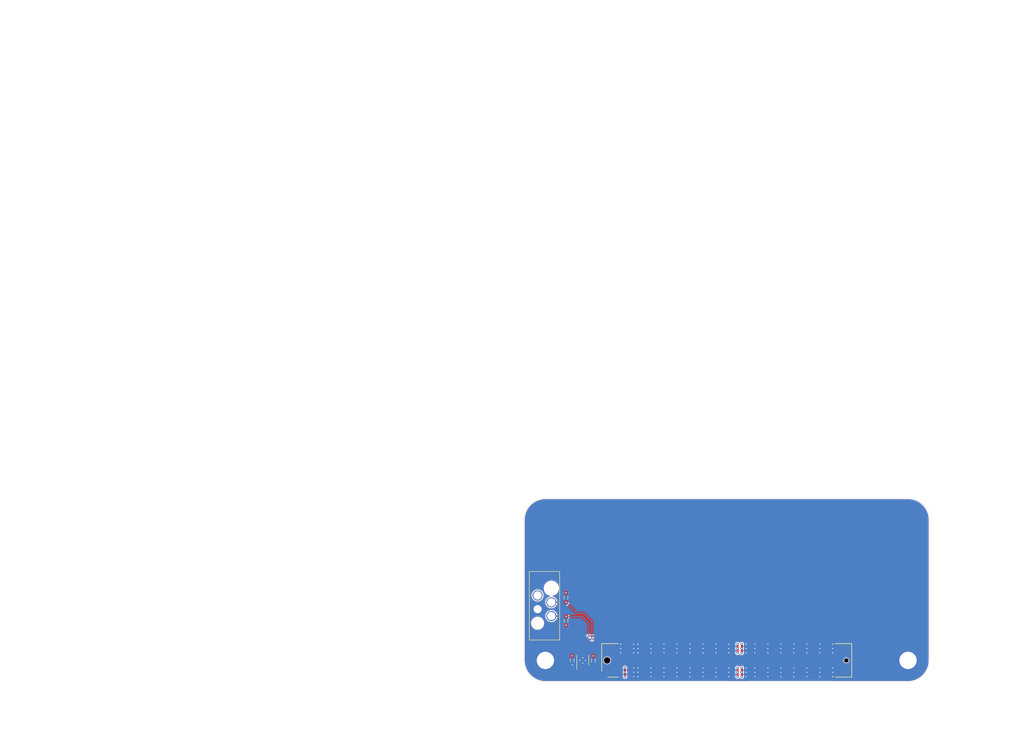
<source format=kicad_pcb>
(kicad_pcb (version 20240108) (generator "pcbnew") (generator_version "8.0")
  (title_block (title "Squishy - SCSI-2 VHDCI Connector Module") (date "2024-09-17") (rev "1") (company "Shrine Maiden Heavy Industries") (comment 1 "License: CERN-OHL-S") (comment 2 "© 2024 Aki 'lethalbit' Van Ness, et. al.") (comment 3 "No warranty expressed or implied") (comment 4 "Squishy - SCSI Multitool"))
  (layers (0 "F.Cu" signal) (1 "In1.Cu" signal) (2 "In2.Cu" signal) (3 "In3.Cu" signal) (4 "In4.Cu" signal) (31 "B.Cu" signal) (34 "B.Paste" user) (35 "F.Paste" user) (36 "B.SilkS" user "B.Silkscreen") (37 "F.SilkS" user "F.Silkscreen") (38 "B.Mask" user) (39 "F.Mask" user) (44 "Edge.Cuts" user))
  (net 0 "")
  (net 1 "GND")
  (net 4 "/PHY.ID_SCL")
  (net 5 "+3V3")
  (net 6 "/PHY.ID_SDA")
  (net 7 "/CON.DP14+")
  (net 8 "/CON.C{slash}D+")
  (net 9 "/CON.DB10-")
  (net 10 "/CON.DB4-")
  (net 11 "/CON.ACK+")
  (net 12 "/CON.TERMPWR")
  (net 13 "/CON.DP1+")
  (net 14 "/CON.BSY-")
  (net 15 "/CON.RST-")
  (net 16 "/CON.DB2-")
  (net 17 "/CON.BSY+")
  (net 18 "/CON.DB5+")
  (net 19 "/CON.ATN-")
  (net 20 "/CON.DP0+")
  (net 21 "/CON.SEL+")
  (net 22 "/CON.ATN+")
  (net 23 "/CON.DB9-")
  (net 24 "/CON.SEL-")
  (net 25 "/CON.DB9+")
  (net 26 "/CON.DB0-")
  (net 27 "/CON.DB11+")
  (net 28 "/CON.DB7+")
  (net 29 "/CON.DP1-")
  (net 30 "/CON.DB5-")
  (net 31 "/CON.REQ-")
  (net 32 "/CON.DB1-")
  (net 33 "/CON.DB13+")
  (net 34 "/CON.REQ+")
  (net 35 "/CON.DB3-")
  (net 36 "/CON.DB8+")
  (net 37 "/CON.DB13-")
  (net 38 "/CON.DB15-")
  (net 39 "/CON.MSG+")
  (net 40 "/CON.DB11-")
  (net 41 "/CON.DP12+")
  (net 42 "/CON.DB3+")
  (net 43 "/CON.ACK-")
  (net 44 "/CON.DIFFSENSE")
  (net 45 "/CON.I{slash}O+")
  (net 46 "/CON.I{slash}O-")
  (net 47 "/CON.DB4+")
  (net 48 "/CON.DB15+")
  (net 49 "/CON.DB6-")
  (net 50 "/CON.DP14-")
  (net 51 "/CON.RST+")
  (net 52 "/CON.DB8-")
  (net 53 "/CON.DB10+")
  (net 54 "/CON.MSG-")
  (net 55 "/CON.DB6+")
  (net 56 "/CON.C{slash}D-")
  (net 57 "/CON.DB7-")
  (net 58 "/CON.DP12-")
  (net 59 "/CON.DB1+")
  (net 60 "/CON.DP0-")
  (net 61 "/CON.DB2+")
  (net 62 "/CON.DB0+")
  (net 63 "Net-(U1-E0)")
  (footprint "lethalbit-connectors:1014457-10x80xLF" (layer "F.Cu") (at 147.5 136 180)
    (property "Reference" "J1" (hide yes))
    (property "Value" "SCSI PHY Mezz")
    (fp_line (start 23.100001 3.1) (end 23.1 -2) (stroke (width 0.12)) (layer "F.SilkS"))
    (fp_line (start 23.100001 3.1) (end 20.000001 3.1) (stroke (width 0.12)) (layer "F.SilkS"))
    (fp_line (start 22 -3.1) (end 20.000001 -3.1) (stroke (width 0.12)) (layer "F.SilkS"))
    (fp_line (start -20.000001 3.1) (end -23.100001 3.1) (stroke (width 0.12)) (layer "F.SilkS"))
    (fp_line (start -20.000001 -3.1) (end -23.100001 -3.1) (stroke (width 0.12)) (layer "F.SilkS"))
    (fp_line (start -23.100001 3.1) (end -23.100001 -3.1) (stroke (width 0.12)) (layer "F.SilkS"))
    (pad "" np_thru_hole circle (at -22.1 0 180) (size 0.8 0.8) (drill 0.8) (layers "*.Mask"))
    (pad "" np_thru_hole circle (at 22.1 0 180) (size 1.2 1.2) (drill 1.2) (layers "*.Mask"))
    (pad "1" smd roundrect (at 19.6 -2.2 180) (size 0.4 2) (layers "F.Cu" "F.Paste" "F.Mask") (net 1 "GND"))
    (pad "2" smd roundrect (at 19.6 2.2 180) (size 0.4 2) (layers "F.Cu" "F.Paste" "F.Mask") (net 1 "GND"))
    (pad "3" smd roundrect (at 18.8 -2.199999 180) (size 0.4 2) (layers "F.Cu" "F.Paste" "F.Mask") (net 5 "+3V3"))
    (pad "4" smd roundrect (at 18.8 2.199999 180) (size 0.4 2) (layers "F.Cu" "F.Paste" "F.Mask") (net 6 "/PHY.ID_SDA"))
    (pad "5" smd roundrect (at 18 -2.2 180) (size 0.4 2) (layers "F.Cu" "F.Paste" "F.Mask"))
    (pad "6" smd roundrect (at 18 2.2 180) (size 0.4 2) (layers "F.Cu" "F.Paste" "F.Mask") (net 4 "/PHY.ID_SCL"))
    (pad "7" smd roundrect (at 17.200001 -2.2 180) (size 0.4 2) (layers "F.Cu" "F.Paste" "F.Mask") (net 1 "GND"))
    (pad "8" smd roundrect (at 17.200001 2.2 180) (size 0.4 2) (layers "F.Cu" "F.Paste" "F.Mask") (net 1 "GND"))
    (pad "9" smd roundrect (at 16.4 -2.2 180) (size 0.4 2) (layers "F.Cu" "F.Paste" "F.Mask") (net 1 "GND"))
    (pad "10" smd roundrect (at 16.4 2.2 180) (size 0.4 2) (layers "F.Cu" "F.Paste" "F.Mask") (net 1 "GND"))
    (pad "11" smd roundrect (at 15.6 -2.2 180) (size 0.4 2) (layers "F.Cu" "F.Paste" "F.Mask") (net 41 "/CON.DP12+"))
    (pad "12" smd roundrect (at 15.6 2.2 180) (size 0.4 2) (layers "F.Cu" "F.Paste" "F.Mask") (net 58 "/CON.DP12-"))
    (pad "13" smd roundrect (at 14.799999 -2.2 180) (size 0.4 2) (layers "F.Cu" "F.Paste" "F.Mask") (net 33 "/CON.DB13+"))
    (pad "14" smd roundrect (at 14.799999 2.2 180) (size 0.4 2) (layers "F.Cu" "F.Paste" "F.Mask") (net 37 "/CON.DB13-"))
    (pad "15" smd roundrect (at 14 -2.2 180) (size 0.4 2) (layers "F.Cu" "F.Paste" "F.Mask") (net 1 "GND"))
    (pad "16" smd roundrect (at 14 2.2 180) (size 0.4 2) (layers "F.Cu" "F.Paste" "F.Mask") (net 1 "GND"))
    (pad "17" smd roundrect (at 13.2 -2.199999 180) (size 0.4 2) (layers "F.Cu" "F.Paste" "F.Mask") (net 7 "/CON.DP14+"))
    (pad "18" smd roundrect (at 13.2 2.199999 180) (size 0.4 2) (layers "F.Cu" "F.Paste" "F.Mask") (net 50 "/CON.DP14-"))
    (pad "19" smd roundrect (at 12.4 -2.2 180) (size 0.4 2) (layers "F.Cu" "F.Paste" "F.Mask") (net 48 "/CON.DB15+"))
    (pad "20" smd roundrect (at 12.4 2.2 180) (size 0.4 2) (layers "F.Cu" "F.Paste" "F.Mask") (net 38 "/CON.DB15-"))
    (pad "21" smd roundrect (at 11.6 -2.2 180) (size 0.4 2) (layers "F.Cu" "F.Paste" "F.Mask") (net 1 "GND"))
    (pad "22" smd roundrect (at 11.6 2.2 180) (size 0.4 2) (layers "F.Cu" "F.Paste" "F.Mask") (net 1 "GND"))
    (pad "23" smd roundrect (at 10.8 -2.2 180) (size 0.4 2) (layers "F.Cu" "F.Paste" "F.Mask") (net 13 "/CON.DP1+"))
    (pad "24" smd roundrect (at 10.8 2.2 180) (size 0.4 2) (layers "F.Cu" "F.Paste" "F.Mask") (net 29 "/CON.DP1-"))
    (pad "25" smd roundrect (at 10 -2.2 180) (size 0.4 2) (layers "F.Cu" "F.Paste" "F.Mask") (net 62 "/CON.DB0+"))
    (pad "26" smd roundrect (at 10 2.2 180) (size 0.4 2) (layers "F.Cu" "F.Paste" "F.Mask") (net 26 "/CON.DB0-"))
    (pad "27" smd roundrect (at 9.199999 -2.2 180) (size 0.4 2) (layers "F.Cu" "F.Paste" "F.Mask") (net 1 "GND"))
    (pad "28" smd roundrect (at 9.199999 2.2 180) (size 0.4 2) (layers "F.Cu" "F.Paste" "F.Mask") (net 1 "GND"))
    (pad "29" smd roundrect (at 8.4 -2.2 180) (size 0.4 2) (layers "F.Cu" "F.Paste" "F.Mask") (net 59 "/CON.DB1+"))
    (pad "30" smd roundrect (at 8.4 2.2 180) (size 0.4 2) (layers "F.Cu" "F.Paste" "F.Mask") (net 32 "/CON.DB1-"))
    (pad "31" smd roundrect (at 7.6 -2.199999 180) (size 0.4 2) (layers "F.Cu" "F.Paste" "F.Mask") (net 61 "/CON.DB2+"))
    (pad "32" smd roundrect (at 7.6 2.199999 180) (size 0.4 2) (layers "F.Cu" "F.Paste" "F.Mask") (net 16 "/CON.DB2-"))
    (pad "33" smd roundrect (at 6.8 -2.2 180) (size 0.4 2) (layers "F.Cu" "F.Paste" "F.Mask") (net 1 "GND"))
    (pad "34" smd roundrect (at 6.8 2.2 180) (size 0.4 2) (layers "F.Cu" "F.Paste" "F.Mask") (net 1 "GND"))
    (pad "35" smd roundrect (at 6 -2.2 180) (size 0.4 2) (layers "F.Cu" "F.Paste" "F.Mask") (net 42 "/CON.DB3+"))
    (pad "36" smd roundrect (at 6 2.2 180) (size 0.4 2) (layers "F.Cu" "F.Paste" "F.Mask") (net 35 "/CON.DB3-"))
    (pad "37" smd roundrect (at 5.2 -2.2 180) (size 0.4 2) (layers "F.Cu" "F.Paste" "F.Mask") (net 47 "/CON.DB4+"))
    (pad "38" smd roundrect (at 5.2 2.2 180) (size 0.4 2) (layers "F.Cu" "F.Paste" "F.Mask") (net 10 "/CON.DB4-"))
    (pad "39" smd roundrect (at 4.4 -2.2 180) (size 0.4 2) (layers "F.Cu" "F.Paste" "F.Mask") (net 1 "GND"))
    (pad "40" smd roundrect (at 4.4 2.2 180) (size 0.4 2) (layers "F.Cu" "F.Paste" "F.Mask") (net 1 "GND"))
    (pad "41" smd roundrect (at 3.599999 -2.2 180) (size 0.4 2) (layers "F.Cu" "F.Paste" "F.Mask") (net 18 "/CON.DB5+"))
    (pad "42" smd roundrect (at 3.599999 2.2 180) (size 0.4 2) (layers "F.Cu" "F.Paste" "F.Mask") (net 30 "/CON.DB5-"))
    (pad "43" smd roundrect (at 2.8 -2.2 180) (size 0.4 2) (layers "F.Cu" "F.Paste" "F.Mask") (net 55 "/CON.DB6+"))
    (pad "44" smd roundrect (at 2.8 2.2 180) (size 0.4 2) (layers "F.Cu" "F.Paste" "F.Mask") (net 49 "/CON.DB6-"))
    (pad "45" smd roundrect (at 2 -2.199999 180) (size 0.4 2) (layers "F.Cu" "F.Paste" "F.Mask") (net 1 "GND"))
    (pad "46" smd roundrect (at 2 2.199999 180) (size 0.4 2) (layers "F.Cu" "F.Paste" "F.Mask") (net 1 "GND"))
    (pad "47" smd roundrect (at 1.2 -2.2 180) (size 0.4 2) (layers "F.Cu" "F.Paste" "F.Mask") (net 28 "/CON.DB7+"))
    (pad "48" smd roundrect (at 1.2 2.2 180) (size 0.4 2) (layers "F.Cu" "F.Paste" "F.Mask") (net 57 "/CON.DB7-"))
    (pad "49" smd roundrect (at 0.4 -2.2 180) (size 0.4 2) (layers "F.Cu" "F.Paste" "F.Mask") (net 20 "/CON.DP0+"))
    (pad "50" smd roundrect (at 0.4 2.2 180) (size 0.4 2) (layers "F.Cu" "F.Paste" "F.Mask") (net 60 "/CON.DP0-"))
    (pad "51" smd roundrect (at -0.4 -2.2 180) (size 0.4 2) (layers "F.Cu" "F.Paste" "F.Mask") (net 1 "GND"))
    (pad "52" smd roundrect (at -0.4 2.2 180) (size 0.4 2) (layers "F.Cu" "F.Paste" "F.Mask") (net 1 "GND"))
    (pad "53" smd roundrect (at -1.2 -2.2 180) (size 0.4 2) (layers "F.Cu" "F.Paste" "F.Mask") (net 44 "/CON.DIFFSENSE"))
    (pad "54" smd roundrect (at -1.2 2.2 180) (size 0.4 2) (layers "F.Cu" "F.Paste" "F.Mask"))
    (pad "55" smd roundrect (at -2 -2.199999 180) (size 0.4 2) (layers "F.Cu" "F.Paste" "F.Mask") (net 12 "/CON.TERMPWR"))
    (pad "56" smd roundrect (at -2 2.199999 180) (size 0.4 2) (layers "F.Cu" "F.Paste" "F.Mask") (net 12 "/CON.TERMPWR"))
    (pad "57" smd roundrect (at -2.8 -2.2 180) (size 0.4 2) (layers "F.Cu" "F.Paste" "F.Mask") (net 12 "/CON.TERMPWR"))
    (pad "58" smd roundrect (at -2.8 2.2 180) (size 0.4 2) (layers "F.Cu" "F.Paste" "F.Mask") (net 12 "/CON.TERMPWR"))
    (pad "59" smd roundrect (at -3.599999 -2.2 180) (size 0.4 2) (layers "F.Cu" "F.Paste" "F.Mask") (net 1 "GND"))
    (pad "60" smd roundrect (at -3.599999 2.2 180) (size 0.4 2) (layers "F.Cu" "F.Paste" "F.Mask") (net 1 "GND"))
    (pad "61" smd roundrect (at -4.4 -2.2 180) (size 0.4 2) (layers "F.Cu" "F.Paste" "F.Mask") (net 22 "/CON.ATN+"))
    (pad "62" smd roundrect (at -4.4 2.2 180) (size 0.4 2) (layers "F.Cu" "F.Paste" "F.Mask") (net 19 "/CON.ATN-"))
    (pad "63" smd roundrect (at -5.2 -2.2 180) (size 0.4 2) (layers "F.Cu" "F.Paste" "F.Mask") (net 1 "GND"))
    (pad "64" smd roundrect (at -5.2 2.2 180) (size 0.4 2) (layers "F.Cu" "F.Paste" "F.Mask") (net 1 "GND"))
    (pad "65" smd roundrect (at -6 -2.2 180) (size 0.4 2) (layers "F.Cu" "F.Paste" "F.Mask") (net 17 "/CON.BSY+"))
    (pad "66" smd roundrect (at -6 2.2 180) (size 0.4 2) (layers "F.Cu" "F.Paste" "F.Mask") (net 14 "/CON.BSY-"))
    (pad "67" smd roundrect (at -6.8 -2.2 180) (size 0.4 2) (layers "F.Cu" "F.Paste" "F.Mask") (net 11 "/CON.ACK+"))
    (pad "68" smd roundrect (at -6.8 2.2 180) (size 0.4 2) (layers "F.Cu" "F.Paste" "F.Mask") (net 43 "/CON.ACK-"))
    (pad "69" smd roundrect (at -7.6 -2.199999 180) (size 0.4 2) (layers "F.Cu" "F.Paste" "F.Mask") (net 1 "GND"))
    (pad "70" smd roundrect (at -7.6 2.199999 180) (size 0.4 2) (layers "F.Cu" "F.Paste" "F.Mask") (net 1 "GND"))
    (pad "71" smd roundrect (at -8.4 -2.2 180) (size 0.4 2) (layers "F.Cu" "F.Paste" "F.Mask") (net 51 "/CON.RST+"))
    (pad "72" smd roundrect (at -8.4 2.2 180) (size 0.4 2) (layers "F.Cu" "F.Paste" "F.Mask") (net 15 "/CON.RST-"))
    (pad "73" smd roundrect (at -9.199999 -2.2 180) (size 0.4 2) (layers "F.Cu" "F.Paste" "F.Mask") (net 39 "/CON.MSG+"))
    (pad "74" smd roundrect (at -9.199999 2.2 180) (size 0.4 2) (layers "F.Cu" "F.Paste" "F.Mask") (net 54 "/CON.MSG-"))
    (pad "75" smd roundrect (at -10 -2.2 180) (size 0.4 2) (layers "F.Cu" "F.Paste" "F.Mask") (net 1 "GND"))
    (pad "76" smd roundrect (at -10 2.2 180) (size 0.4 2) (layers "F.Cu" "F.Paste" "F.Mask") (net 1 "GND"))
    (pad "77" smd roundrect (at -10.8 -2.2 180) (size 0.4 2) (layers "F.Cu" "F.Paste" "F.Mask") (net 21 "/CON.SEL+"))
    (pad "78" smd roundrect (at -10.8 2.2 180) (size 0.4 2) (layers "F.Cu" "F.Paste" "F.Mask") (net 24 "/CON.SEL-"))
    (pad "79" smd roundrect (at -11.6 -2.2 180) (size 0.4 2) (layers "F.Cu" "F.Paste" "F.Mask") (net 8 "/CON.C{slash}D+"))
    (pad "80" smd roundrect (at -11.6 2.2 180) (size 0.4 2) (layers "F.Cu" "F.Paste" "F.Mask") (net 56 "/CON.C{slash}D-"))
    (pad "81" smd roundrect (at -12.4 -2.2 180) (size 0.4 2) (layers "F.Cu" "F.Paste" "F.Mask") (net 1 "GND"))
    (pad "82" smd roundrect (at -12.4 2.2 180) (size 0.4 2) (layers "F.Cu" "F.Paste" "F.Mask") (net 1 "GND"))
    (pad "83" smd roundrect (at -13.2 -2.199999 180) (size 0.4 2) (layers "F.Cu" "F.Paste" "F.Mask") (net 34 "/CON.REQ+"))
    (pad "84" smd roundrect (at -13.2 2.199999 180) (size 0.4 2) (layers "F.Cu" "F.Paste" "F.Mask") (net 31 "/CON.REQ-"))
    (pad "85" smd roundrect (at -14 -2.2 180) (size 0.4 2) (layers "F.Cu" "F.Paste" "F.Mask") (net 45 "/CON.I{slash}O+"))
    (pad "86" smd roundrect (at -14 2.2 180) (size 0.4 2) (layers "F.Cu" "F.Paste" "F.Mask") (net 46 "/CON.I{slash}O-"))
    (pad "87" smd roundrect (at -14.799999 -2.2 180) (size 0.4 2) (layers "F.Cu" "F.Paste" "F.Mask") (net 1 "GND"))
    (pad "88" smd roundrect (at -14.799999 2.2 180) (size 0.4 2) (layers "F.Cu" "F.Paste" "F.Mask") (net 1 "GND"))
    (pad "89" smd roundrect (at -15.6 -2.2 180) (size 0.4 2) (layers "F.Cu" "F.Paste" "F.Mask") (net 36 "/CON.DB8+"))
    (pad "90" smd roundrect (at -15.6 2.2 180) (size 0.4 2) (layers "F.Cu" "F.Paste" "F.Mask") (net 52 "/CON.DB8-"))
    (pad "91" smd roundrect (at -16.4 -2.2 180) (size 0.4 2) (layers "F.Cu" "F.Paste" "F.Mask") (net 25 "/CON.DB9+"))
    (pad "92" smd roundrect (at -16.4 2.2 180) (size 0.4 2) (layers "F.Cu" "F.Paste" "F.Mask") (net 23 "/CON.DB9-"))
    (pad "93" smd roundrect (at -17.200001 -2.2 180) (size 0.4 2) (layers "F.Cu" "F.Paste" "F.Mask") (net 1 "GND"))
    (pad "94" smd roundrect (at -17.200001 2.2 180) (size 0.4 2) (layers "F.Cu" "F.Paste" "F.Mask") (net 1 "GND"))
    (pad "95" smd roundrect (at -18 -2.2 180) (size 0.4 2) (layers "F.Cu" "F.Paste" "F.Mask") (net 53 "/CON.DB10+"))
    (pad "96" smd roundrect (at -18 2.2 180) (size 0.4 2) (layers "F.Cu" "F.Paste" "F.Mask") (net 9 "/CON.DB10-"))
    (pad "97" smd roundrect (at -18.8 -2.199999 180) (size 0.4 2) (layers "F.Cu" "F.Paste" "F.Mask") (net 27 "/CON.DB11+"))
    (pad "98" smd roundrect (at -18.8 2.199999 180) (size 0.4 2) (layers "F.Cu" "F.Paste" "F.Mask") (net 40 "/CON.DB11-"))
    (pad "99" smd roundrect (at -19.6 -2.2 180) (size 0.4 2) (layers "F.Cu" "F.Paste" "F.Mask") (net 1 "GND"))
    (pad "100" smd roundrect (at -19.6 2.2 180) (size 0.4 2) (layers "F.Cu" "F.Paste" "F.Mask") (net 1 "GND"))
  )
  (footprint "rhais_rcl:R0603" (layer "F.Cu") (at 117.8 128.7 90)
    (property "Reference" "R3")
    (property "Value" "4k7" (hide yes))
    (fp_line (start 0.3 -0.349999) (end -0.3 -0.349999) (stroke (width 0.1)) (layer "F.SilkS"))
    (fp_line (start -0.3 0.349999) (end 0.3 0.349999) (stroke (width 0.1)) (layer "F.SilkS"))
    (pad "1" smd roundrect (at -0.85 0 90) (size 0.9 0.8) (layers "F.Cu" "F.Paste" "F.Mask") (net 5 "+3V3"))
    (pad "2" smd roundrect (at 0.85 0 90) (size 0.9 0.8) (layers "F.Cu" "F.Paste" "F.Mask") (net 4 "/PHY.ID_SCL"))
  )
  (footprint "rhais_rcl:R0603" (layer "F.Cu") (at 117.8 124.4 -90)
    (property "Reference" "R2")
    (property "Value" "4k7" (hide yes))
    (fp_line (start -0.3 0.349999) (end 0.3 0.349999) (stroke (width 0.1)) (layer "F.SilkS"))
    (fp_line (start 0.3 -0.349999) (end -0.3 -0.349999) (stroke (width 0.1)) (layer "F.SilkS"))
    (pad "1" smd roundrect (at -0.85 0 270) (size 0.9 0.8) (layers "F.Cu" "F.Paste" "F.Mask") (net 5 "+3V3"))
    (pad "2" smd roundrect (at 0.85 0 270) (size 0.9 0.8) (layers "F.Cu" "F.Paste" "F.Mask") (net 6 "/PHY.ID_SDA"))
  )
  (footprint "PCM_kikit:Tab" (layer "F.Cu") (at 185.25 131 180)
    (property "Reference" "REF**" (hide yes))
    (property "Value" "Tab")
  )
  (footprint "PCM_kikit:Tab" (layer "F.Cu") (at 174 140.25 90)
    (property "Reference" "REF**" (hide yes))
    (property "Value" "Tab")
  )
  (footprint "rhais_rcl:C0603" (layer "F.Cu") (at 118.95 136 90)
    (property "Reference" "C1")
    (property "Value" "100n" (hide yes))
    (fp_line (start -0.3 -0.349999) (end 0.3 -0.349999) (stroke (width 0.1)) (layer "F.SilkS"))
    (fp_line (start 0.3 0.349999) (end -0.3 0.349999) (stroke (width 0.1)) (layer "F.SilkS"))
    (pad "1" smd roundrect (at -0.85 0 90) (size 0.9 0.8) (layers "F.Cu" "F.Paste" "F.Mask") (net 1 "GND"))
    (pad "2" smd roundrect (at 0.85 0 90) (size 0.9 0.8) (layers "F.Cu" "F.Paste" "F.Mask") (net 5 "+3V3"))
  )
  (footprint "PCM_kikit:Tab" (layer "F.Cu") (at 121.000001 105.75 -90)
    (property "Reference" "REF**" (hide yes))
    (property "Value" "Tab")
  )
  (footprint "MountingHole:MountingHole_3.2mm_M3_Pad" (layer "F.Cu") (at 181 136)
    (property "Reference" "H4" (hide yes))
    (property "Value" "MountingHole" (hide yes))
    (pad "1" thru_hole circle (at 0 0) (size 6.4 6.4) (drill 3.2) (layers "*.Cu" "*.Mask") (net 1 "GND"))
  )
  (footprint "PCM_kikit:Tab" (layer "F.Cu") (at 109.7 131)
    (property "Reference" "REF**" (hide yes))
    (property "Value" "Tab")
  )
  (footprint "PCM_kikit:Tab" (layer "F.Cu") (at 174 105.75 -90)
    (property "Reference" "REF**" (hide yes))
    (property "Value" "Tab")
  )
  (footprint "PCM_kikit:Tab" (layer "F.Cu") (at 109.7 115)
    (property "Reference" "REF**" (hide yes))
    (property "Value" "Tab")
  )
  (footprint "PCM_kikit:Tab" (layer "F.Cu") (at 185.25 115 180)
    (property "Reference" "REF**" (hide yes))
    (property "Value" "Tab")
  )
  (footprint "rhais_rcl:R0603" (layer "F.Cu") (at 122.85 136 90)
    (property "Reference" "R1")
    (property "Value" "10k" (hide yes))
    (fp_line (start 0.3 -0.349999) (end -0.3 -0.349999) (stroke (width 0.1)) (layer "F.SilkS"))
    (fp_line (start -0.3 0.349999) (end 0.3 0.349999) (stroke (width 0.1)) (layer "F.SilkS"))
    (pad "1" smd roundrect (at -0.85 0 90) (size 0.9 0.8) (layers "F.Cu" "F.Paste" "F.Mask") (net 63 "Net-(U1-E0)"))
    (pad "2" smd roundrect (at 0.85 0 90) (size 0.9 0.8) (layers "F.Cu" "F.Paste" "F.Mask") (net 5 "+3V3"))
  )
  (footprint "lethalbit-memory:ST_UFDFPN-8-1EP_2x3mm_P0.5mm_EP1.6x1.6mm" (layer "F.Cu") (at 120.9 136 90)
    (property "Reference" "U1")
    (property "Value" "M24C02-RMC" (hide yes))
    (fp_line (start -1.7 -1.1) (end 0.95 -1.1) (stroke (width 0.1)) (layer "F.SilkS"))
    (fp_line (start 0.95 1.1) (end -0.95 1.1) (stroke (width 0.1)) (layer "F.SilkS"))
    (pad "1" smd roundrect (at -1.4 -0.750001 90) (size 0.6 0.3) (layers "F.Cu" "F.Paste" "F.Mask") (roundrect_rratio 0.15625) (net 63 "Net-(U1-E0)"))
    (pad "2" smd roundrect (at -1.4 -0.25 90) (size 0.6 0.3) (layers "F.Cu" "F.Paste" "F.Mask") (roundrect_rratio 0.15625) (net 63 "Net-(U1-E0)"))
    (pad "3" smd roundrect (at -1.4 0.25 90) (size 0.6 0.3) (layers "F.Cu" "F.Paste" "F.Mask") (roundrect_rratio 0.15625) (net 1 "GND"))
    (pad "4" smd roundrect (at -1.4 0.750001 90) (size 0.6 0.3) (layers "F.Cu" "F.Paste" "F.Mask") (roundrect_rratio 0.15625) (net 1 "GND"))
    (pad "5" smd roundrect (at 1.4 0.750001 90) (size 0.6 0.3) (layers "F.Cu" "F.Paste" "F.Mask") (roundrect_rratio 0.15625) (net 6 "/PHY.ID_SDA"))
    (pad "6" smd roundrect (at 1.4 0.25 90) (size 0.6 0.3) (layers "F.Cu" "F.Paste" "F.Mask") (roundrect_rratio 0.15625) (net 4 "/PHY.ID_SCL"))
    (pad "7" smd roundrect (at 1.4 -0.25 90) (size 0.6 0.3) (layers "F.Cu" "F.Paste" "F.Mask") (roundrect_rratio 0.15625) (net 1 "GND"))
    (pad "8" smd roundrect (at 1.4 -0.750001 90) (size 0.6 0.3) (layers "F.Cu" "F.Paste" "F.Mask") (roundrect_rratio 0.15625) (net 5 "+3V3"))
    (pad "EP" smd roundrect (at 0 0 90) (size 1.6 1.6) (layers "F.Cu" "F.Mask") (roundrect_rratio 0.15625) (net 1 "GND"))
  )
  (footprint "pkl_connectors_wuerth:490107670412-d" (layer "F.Cu") (at 112.56 123.99 90)
    (property "Reference" "J3")
    (property "Value" "Conn_01x04")
    (fp_poly (pts (xy 4.43 -1.529999) (xy -8.24 -1.529999) (xy -8.239999 4.07) (xy 4.43 4.070001)) (stroke (width 0.1)) (fill none) (layer "F.SilkS"))
    (pad "" np_thru_hole circle (at -5.14 0 90) (size 2.2 2.2) (drill 2.2) (layers "F&B.Cu" "*.Mask"))
    (pad "" np_thru_hole circle (at 1.33 2.54 90) (size 2.6 2.6) (drill 2.6) (layers "F&B.Cu" "*.Mask"))
    (pad "1" thru_hole circle (at 0 0 90) (size 1.85 1.85) (drill 1.5) (layers "*.Cu" "*.Mask") (net 5 "+3V3"))
    (pad "2" thru_hole circle (at -1.27 2.54 90) (size 1.85 1.85) (drill 1.5) (layers "*.Cu" "*.Mask") (net 6 "/PHY.ID_SDA"))
    (pad "3" thru_hole circle (at -2.54 0 90) (size 1.85 1.85) (drill 1.5) (layers "*.Cu" "*.Mask") (net 1 "GND"))
    (pad "4" thru_hole circle (at -3.81 2.54 90) (size 1.85 1.85) (drill 1.5) (layers "*.Cu" "*.Mask") (net 4 "/PHY.ID_SCL"))
  )
  (footprint "MountingHole:MountingHole_3.2mm_M3_Pad" (layer "F.Cu") (at 114 136)
    (property "Reference" "H3" (hide yes))
    (property "Value" "MountingHole" (hide yes))
    (pad "1" thru_hole circle (at 0 0) (size 6.4 6.4) (drill 3.2) (layers "*.Cu" "*.Mask") (net 1 "GND"))
  )
  (footprint "PCM_kikit:Tab" (layer "F.Cu") (at 121 140.25 90)
    (property "Reference" "REF**" (hide yes))
    (property "Value" "Tab")
  )
  (gr_line (start 181 106) (end 114 106) (stroke (width 0.05)) (layer "Edge.Cuts"))
  (gr_line (start 114 140) (end 181 140) (stroke (width 0.05)) (layer "Edge.Cuts"))
  (gr_arc (start 110 110) (mid 111.171573 107.171573) (end 114 106) (stroke (width 0.05)) (layer "Edge.Cuts"))
  (gr_line (start 185 136) (end 185 110) (stroke (width 0.05)) (layer "Edge.Cuts"))
  (gr_arc (start 185 136) (mid 183.828427 138.828427) (end 181 140) (stroke (width 0.05)) (layer "Edge.Cuts"))
  (gr_arc (start 181 106) (mid 183.828427 107.171573) (end 185 110) (stroke (width 0.05)) (layer "Edge.Cuts"))
  (gr_line (start 110 136) (end 110 110) (stroke (width 0.05)) (layer "Edge.Cuts"))
  (gr_arc (start 114 140) (mid 111.171573 138.828427) (end 110 136) (stroke (width 0.05)) (layer "Edge.Cuts"))
  (via (at 164.7 134.6) (size 0.45) (drill 0.2) (layers "F.Cu" "B.Cu") (net 1))
  (via (at 162.3 138.2) (size 0.45) (drill 0.2) (layers "F.Cu" "B.Cu") (net 1))
  (via (at 135.9 138.2) (size 0.45) (drill 0.2) (layers "F.Cu" "B.Cu") (net 1))
  (via (at 131.1 139) (size 0.45) (drill 0.2) (layers "F.Cu" "B.Cu") (net 1))
  (via (at 155.1 137.4) (size 0.45) (drill 0.2) (layers "F.Cu" "B.Cu") (net 1))
  (via (at 145.5 133.8) (size 0.45) (drill 0.2) (layers "F.Cu" "B.Cu") (net 1))
  (via (at 145.5 138.2) (size 0.45) (drill 0.2) (layers "F.Cu" "B.Cu") (net 1))
  (via (at 140.7 133) (size 0.45) (drill 0.2) (layers "F.Cu" "B.Cu") (net 1))
  (via (at 135.9 133.8) (size 0.45) (drill 0.2) (layers "F.Cu" "B.Cu") (net 1))
  (via (at 120.35 136) (size 0.45) (drill 0.2) (layers "F.Cu" "B.Cu") (net 1))
  (via (at 138.3 133.8) (size 0.45) (drill 0.2) (layers "F.Cu" "B.Cu") (net 1))
  (via (at 133.5 137.4) (size 0.45) (drill 0.2) (layers "F.Cu" "B.Cu") (net 1))
  (via (at 157.5 137.4) (size 0.45) (drill 0.2) (layers "F.Cu" "B.Cu") (net 1))
  (via (at 145.5 133) (size 0.45) (drill 0.2) (layers "F.Cu" "B.Cu") (net 1))
  (via (at 152.7 138.2) (size 0.45) (drill 0.2) (layers "F.Cu" "B.Cu") (net 1))
  (via (at 131.1 134.6) (size 0.45) (drill 0.2) (layers "F.Cu" "B.Cu") (net 1))
  (via (at 164.7 138.2) (size 0.45) (drill 0.2) (layers "F.Cu" "B.Cu") (net 1))
  (via (at 131.1 137.4) (size 0.45) (drill 0.2) (layers "F.Cu" "B.Cu") (net 1))
  (via (at 147.9 134.6) (size 0.45) (drill 0.2) (layers "F.Cu" "B.Cu") (net 1))
  (via (at 121.4 136) (size 0.45) (drill 0.2) (layers "F.Cu" "B.Cu") (net 1))
  (via (at 159.9 133) (size 0.45) (drill 0.2) (layers "F.Cu" "B.Cu") (net 1))
  (via (at 145.5 134.6) (size 0.45) (drill 0.2) (layers "F.Cu" "B.Cu") (net 1))
  (via (at 151.1 139) (size 0.45) (drill 0.2) (layers "F.Cu" "B.Cu") (net 1))
  (via (at 143.1 139) (size 0.45) (drill 0.2) (layers "F.Cu" "B.Cu") (net 1))
  (via (at 120.9 135.5) (size 0.45) (drill 0.2) (layers "F.Cu" "B.Cu") (net 1))
  (via (at 151.1 137.4) (size 0.45) (drill 0.2) (layers "F.Cu" "B.Cu") (net 1))
  (via (at 135.9 137.4) (size 0.45) (drill 0.2) (layers "F.Cu" "B.Cu") (net 1))
  (via (at 151.1 133.8) (size 0.45) (drill 0.2) (layers "F.Cu" "B.Cu") (net 1))
  (via (at 133.5 134.6) (size 0.45) (drill 0.2) (layers "F.Cu" "B.Cu") (net 1))
  (via (at 140.7 133.8) (size 0.45) (drill 0.2) (layers "F.Cu" "B.Cu") (net 1))
  (via (at 157.5 133.8) (size 0.45) (drill 0.2) (layers "F.Cu" "B.Cu") (net 1))
  (via (at 145.5 139) (size 0.45) (drill 0.2) (layers "F.Cu" "B.Cu") (net 1))
  (via (at 159.9 138.2) (size 0.45) (drill 0.2) (layers "F.Cu" "B.Cu") (net 1))
  (via (at 143.1 133) (size 0.45) (drill 0.2) (layers "F.Cu" "B.Cu") (net 1))
  (via (at 131.1 133) (size 0.45) (drill 0.2) (layers "F.Cu" "B.Cu") (net 1))
  (via (at 143.1 133.8) (size 0.45) (drill 0.2) (layers "F.Cu" "B.Cu") (net 1))
  (via (at 157.5 134.6) (size 0.45) (drill 0.2) (layers "F.Cu" "B.Cu") (net 1))
  (via (at 130.3 133.8) (size 0.45) (drill 0.2) (layers "F.Cu" "B.Cu") (net 1))
  (via (at 155.1 139) (size 0.45) (drill 0.2) (layers "F.Cu" "B.Cu") (net 1))
  (via (at 164.7 139) (size 0.45) (drill 0.2) (layers "F.Cu" "B.Cu") (net 1))
  (via (at 131.1 138.2) (size 0.45) (drill 0.2) (layers "F.Cu" "B.Cu") (net 1))
  (via (at 133.5 133.8) (size 0.45) (drill 0.2) (layers "F.Cu" "B.Cu") (net 1))
  (via (at 164.7 137.4) (size 0.45) (drill 0.2) (layers "F.Cu" "B.Cu") (net 1))
  (via (at 162.3 139) (size 0.45) (drill 0.2) (layers "F.Cu" "B.Cu") (net 1))
  (via (at 140.7 134.6) (size 0.45) (drill 0.2) (layers "F.Cu" "B.Cu") (net 1))
  (via (at 151.1 138.2) (size 0.45) (drill 0.2) (layers "F.Cu" "B.Cu") (net 1))
  (via (at 152.7 134.6) (size 0.45) (drill 0.2) (layers "F.Cu" "B.Cu") (net 1))
  (via (at 164.7 133.8) (size 0.45) (drill 0.2) (layers "F.Cu" "B.Cu") (net 1))
  (via (at 147.9 133.8) (size 0.45) (drill 0.2) (layers "F.Cu" "B.Cu") (net 1))
  (via (at 159.9 137.4) (size 0.45) (drill 0.2) (layers "F.Cu" "B.Cu") (net 1))
  (via (at 147.9 133) (size 0.45) (drill 0.2) (layers "F.Cu" "B.Cu") (net 1))
  (via (at 145.5 137.4) (size 0.45) (drill 0.2) (layers "F.Cu" "B.Cu") (net 1))
  (via (at 159.9 133.8) (size 0.45) (drill 0.2) (layers "F.Cu" "B.Cu") (net 1))
  (via (at 151.1 133) (size 0.45) (drill 0.2) (layers "F.Cu" "B.Cu") (net 1))
  (via (at 133.5 133) (size 0.45) (drill 0.2) (layers "F.Cu" "B.Cu") (net 1))
  (via (at 130.3 133) (size 0.45) (drill 0.2) (layers "F.Cu" "B.Cu") (net 1))
  (via (at 155.1 133) (size 0.45) (drill 0.2) (layers "F.Cu" "B.Cu") (net 1))
  (via (at 140.7 138.2) (size 0.45) (drill 0.2) (layers "F.Cu" "B.Cu") (net 1))
  (via (at 162.3 137.4) (size 0.45) (drill 0.2) (layers "F.Cu" "B.Cu") (net 1))
  (via (at 167.1 134.6) (size 0.45) (drill 0.2) (layers "F.Cu" "B.Cu") (net 1))
  (via (at 143.1 137.4) (size 0.45) (drill 0.2) (layers "F.Cu" "B.Cu") (net 1))
  (via (at 167.1 133) (size 0.45) (drill 0.2) (layers "F.Cu" "B.Cu") (net 1))
  (via (at 140.7 139) (size 0.45) (drill 0.2) (layers "F.Cu" "B.Cu") (net 1))
  (via (at 152.7 133) (size 0.45) (drill 0.2) (layers "F.Cu" "B.Cu") (net 1))
  (via (at 133.5 138.2) (size 0.45) (drill 0.2) (layers "F.Cu" "B.Cu") (net 1))
  (via (at 130.3 134.6) (size 0.45) (drill 0.2) (layers "F.Cu" "B.Cu") (net 1))
  (via (at 162.3 133.8) (size 0.45) (drill 0.2) (layers "F.Cu" "B.Cu") (net 1))
  (via (at 127.9 134.6) (size 0.45) (drill 0.2) (layers "F.Cu" "B.Cu") (net 1))
  (via (at 147.9 138.2) (size 0.45) (drill 0.2) (layers "F.Cu" "B.Cu") (net 1))
  (via (at 138.3 139) (size 0.45) (drill 0.2) (layers "F.Cu" "B.Cu") (net 1))
  (via (at 159.9 139) (size 0.45) (drill 0.2) (layers "F.Cu" "B.Cu") (net 1))
  (via (at 152.7 137.4) (size 0.45) (drill 0.2) (layers "F.Cu" "B.Cu") (net 1))
  (via (at 140.7 137.4) (size 0.45) (drill 0.2) (layers "F.Cu" "B.Cu") (net 1))
  (via (at 138.3 134.6) (size 0.45) (drill 0.2) (layers "F.Cu" "B.Cu") (net 1))
  (via (at 130.3 138.2) (size 0.45) (drill 0.2) (layers "F.Cu" "B.Cu") (net 1))
  (via (at 162.3 133) (size 0.45) (drill 0.2) (layers "F.Cu" "B.Cu") (net 1))
  (via (at 138.3 137.4) (size 0.45) (drill 0.2) (layers "F.Cu" "B.Cu") (net 1))
  (via (at 147.9 139) (size 0.45) (drill 0.2) (layers "F.Cu" "B.Cu") (net 1))
  (via (at 147.9 137.4) (size 0.45) (drill 0.2) (layers "F.Cu" "B.Cu") (net 1))
  (via (at 133.5 139) (size 0.45) (drill 0.2) (layers "F.Cu" "B.Cu") (net 1))
  (via (at 167.1 139) (size 0.45) (drill 0.2) (layers "F.Cu" "B.Cu") (net 1))
  (via (at 164.7 133) (size 0.45) (drill 0.2) (layers "F.Cu" "B.Cu") (net 1))
  (via (at 127.9 133.8) (size 0.45) (drill 0.2) (layers "F.Cu" "B.Cu") (net 1))
  (via (at 152.7 139) (size 0.45) (drill 0.2) (layers "F.Cu" "B.Cu") (net 1))
  (via (at 151.1 134.6) (size 0.45) (drill 0.2) (layers "F.Cu" "B.Cu") (net 1))
  (via (at 138.3 138.2) (size 0.45) (drill 0.2) (layers "F.Cu" "B.Cu") (net 1))
  (via (at 155.1 134.6) (size 0.45) (drill 0.2) (layers "F.Cu" "B.Cu") (net 1))
  (via (at 157.5 138.2) (size 0.45) (drill 0.2) (layers "F.Cu" "B.Cu") (net 1))
  (via (at 143.1 138.2) (size 0.45) (drill 0.2) (layers "F.Cu" "B.Cu") (net 1))
  (via (at 131.1 133.8) (size 0.45) (drill 0.2) (layers "F.Cu" "B.Cu") (net 1))
  (via (at 143.1 134.6) (size 0.45) (drill 0.2) (layers "F.Cu" "B.Cu") (net 1))
  (via (at 155.1 133.8) (size 0.45) (drill 0.2) (layers "F.Cu" "B.Cu") (net 1))
  (via (at 135.9 134.6) (size 0.45) (drill 0.2) (layers "F.Cu" "B.Cu") (net 1))
  (via (at 130.3 137.4) (size 0.45) (drill 0.2) (layers "F.Cu" "B.Cu") (net 1))
  (via (at 135.9 133) (size 0.45) (drill 0.2) (layers "F.Cu" "B.Cu") (net 1))
  (via (at 135.9 139) (size 0.45) (drill 0.2) (layers "F.Cu" "B.Cu") (net 1))
  (via (at 138.3 133) (size 0.45) (drill 0.2) (layers "F.Cu" "B.Cu") (net 1))
  (via (at 155.1 138.2) (size 0.45) (drill 0.2) (layers "F.Cu" "B.Cu") (net 1))
  (via (at 159.9 134.6) (size 0.45) (drill 0.2) (layers "F.Cu" "B.Cu") (net 1))
  (via (at 120.9 136.5) (size 0.45) (drill 0.2) (layers "F.Cu" "B.Cu") (net 1))
  (via (at 152.7 133.8) (size 0.45) (drill 0.2) (layers "F.Cu" "B.Cu") (net 1))
  (via (at 167.1 133.8) (size 0.45) (drill 0.2) (layers "F.Cu" "B.Cu") (net 1))
  (via (at 157.5 139) (size 0.45) (drill 0.2) (layers "F.Cu" "B.Cu") (net 1))
  (via (at 127.9 133) (size 0.45) (drill 0.2) (layers "F.Cu" "B.Cu") (net 1))
  (via (at 162.3 134.6) (size 0.45) (drill 0.2) (layers "F.Cu" "B.Cu") (net 1))
  (via (at 167.1 137.4) (size 0.45) (drill 0.2) (layers "F.Cu" "B.Cu") (net 1))
  (via (at 130.3 139) (size 0.45) (drill 0.2) (layers "F.Cu" "B.Cu") (net 1))
  (via (at 167.1 138.2) (size 0.45) (drill 0.2) (layers "F.Cu" "B.Cu") (net 1))
  (via (at 157.5 133) (size 0.45) (drill 0.2) (layers "F.Cu" "B.Cu") (net 1))
  (via (at 118.95 136.85) (size 0.45) (drill 0.2) (layers "F.Cu" "B.Cu") (net 1))
  (segment (start 117.4 127.8) (end 115.1 127.8) (width 0.2) (layer "F.Cu") (net 4))
  (segment (start 121.15 134.6) (end 121.15 132.35) (width 0.2) (layer "F.Cu") (net 4))
  (segment (start 128.5 131.5) (end 129.5 132.5) (width 0.2) (layer "F.Cu") (net 4))
  (segment (start 117.8 127.85) (end 117.45 127.85) (width 0.2) (layer "F.Cu") (net 4))
  (segment (start 122 131.5) (end 128.5 131.5) (width 0.2) (layer "F.Cu") (net 4))
  (segment (start 117.45 127.85) (end 117.4 127.8) (width 0.2) (layer "F.Cu") (net 4))
  (segment (start 121.15 132.35) (end 122 131.5) (width 0.2) (layer "F.Cu") (net 4))
  (segment (start 129.5 132.5) (end 129.5 133.8) (width 0.2) (layer "F.Cu") (net 4))
  (via (at 117.8 127.85) (size 0.45) (drill 0.2) (layers "F.Cu" "B.Cu") (net 4))
  (via (at 122 131.5) (size 0.45) (drill 0.2) (layers "F.Cu" "B.Cu") (net 4))
  (segment (start 120.8 127.9) (end 117.85 127.9) (width 0.2) (layer "B.Cu") (net 4))
  (segment (start 117.85 127.9) (end 117.8 127.85) (width 0.2) (layer "B.Cu") (net 4))
  (segment (start 122 129.1) (end 120.8 127.9) (width 0.2) (layer "B.Cu") (net 4))
  (segment (start 122 131.5) (end 122 129.1) (width 0.2) (layer "B.Cu") (net 4))
  (segment (start 120.149999 134.6) (end 119.5 134.6) (width 0.3) (layer "F.Cu") (net 5))
  (segment (start 119.5 134.6) (end 118.95 135.15) (width 0.3) (layer "F.Cu") (net 5))
  (via (at 128.7 138.2) (size 0.45) (drill 0.2) (layers "F.Cu" "B.Cu") (net 5))
  (via (at 117.8 123.5) (size 0.45) (drill 0.2) (layers "F.Cu" "B.Cu") (net 5))
  (via (at 117.8 129.5) (size 0.45) (drill 0.2) (layers "F.Cu" "B.Cu") (net 5))
  (via (at 118.95 135.15) (size 0.45) (drill 0.2) (layers "F.Cu" "B.Cu") (net 5))
  (via (at 128.7 139) (size 0.45) (drill 0.2) (layers "F.Cu" "B.Cu") (net 5))
  (via (at 128.7 137.4) (size 0.45) (drill 0.2) (layers "F.Cu" "B.Cu") (net 5))
  (via (at 122.85 135.15) (size 0.45) (drill 0.2) (layers "F.Cu" "B.Cu") (net 5))
  (segment (start 122.1 132.1) (end 121.650001 132.549999) (width 0.2) (layer "F.Cu") (net 6))
  (segment (start 128.7 132.5) (end 128.3 132.1) (width 0.2) (layer "F.Cu") (net 6))
  (segment (start 121.650001 132.549999) (end 121.650001 134.6) (width 0.2) (layer "F.Cu") (net 6))
  (segment (start 117.8 125.25) (end 115.11 125.25) (width 0.2) (layer "F.Cu") (net 6))
  (segment (start 122.4 132.1) (end 122.1 132.1) (width 0.2) (layer "F.Cu") (net 6))
  (segment (start 115.11 125.25) (end 115.1 125.26) (width 0.2) (layer "F.Cu") (net 6))
  (segment (start 128.7 133.800001) (end 128.7 132.5) (width 0.2) (layer "F.Cu") (net 6))
  (segment (start 128.3 132.1) (end 122.4 132.1) (width 0.2) (layer "F.Cu") (net 6))
  (via (at 117.8 125.25) (size 0.45) (drill 0.2) (layers "F.Cu" "B.Cu") (net 6))
  (via (at 122.6 132.1) (size 0.45) (drill 0.2) (layers "F.Cu" "B.Cu") (net 6))
  (segment (start 122.6 128.8) (end 121.1 127.3) (width 0.2) (layer "B.Cu") (net 6))
  (segment (start 119.85 127.3) (end 117.8 125.25) (width 0.2) (layer "B.Cu") (net 6))
  (segment (start 122.6 132.1) (end 122.6 128.8) (width 0.2) (layer "B.Cu") (net 6))
  (segment (start 121.1 127.3) (end 119.85 127.3) (width 0.2) (layer "B.Cu") (net 6))
  (via (at 149.5 134.6) (size 0.45) (drill 0.2) (layers "F.Cu" "B.Cu") (net 12))
  (via (at 149.5 138.2) (size 0.45) (drill 0.2) (layers "F.Cu" "B.Cu") (net 12))
  (via (at 150.3 133.8) (size 0.45) (drill 0.2) (layers "F.Cu" "B.Cu") (net 12))
  (via (at 150.3 137.4) (size 0.45) (drill 0.2) (layers "F.Cu" "B.Cu") (net 12))
  (via (at 149.5 133.8) (size 0.45) (drill 0.2) (layers "F.Cu" "B.Cu") (net 12))
  (via (at 149.5 139) (size 0.45) (drill 0.2) (layers "F.Cu" "B.Cu") (net 12))
  (via (at 150.3 134.6) (size 0.45) (drill 0.2) (layers "F.Cu" "B.Cu") (net 12))
  (via (at 150.3 139) (size 0.45) (drill 0.2) (layers "F.Cu" "B.Cu") (net 12))
  (via (at 149.5 137.4) (size 0.45) (drill 0.2) (layers "F.Cu" "B.Cu") (net 12))
  (via (at 149.5 133) (size 0.45) (drill 0.2) (layers "F.Cu" "B.Cu") (net 12))
  (via (at 150.3 138.2) (size 0.45) (drill 0.2) (layers "F.Cu" "B.Cu") (net 12))
  (via (at 150.3 133) (size 0.45) (drill 0.2) (layers "F.Cu" "B.Cu") (net 12))
  (segment (start 122.1 138.3) (end 122.85 137.55) (width 0.2) (layer "F.Cu") (net 63))
  (segment (start 120.149999 137.4) (end 120.65 137.4) (width 0.2) (layer "F.Cu") (net 63))
  (segment (start 120.65 137.4) (end 120.65 138) (width 0.2) (layer "F.Cu") (net 63))
  (segment (start 120.95 138.3) (end 122.1 138.3) (width 0.2) (layer "F.Cu") (net 63))
  (segment (start 120.65 138) (end 120.95 138.3) (width 0.2) (layer "F.Cu") (net 63))
  (segment (start 122.85 137.55) (end 122.85 136.85) (width 0.2) (layer "F.Cu") (net 63))
  (zone (net 1) (net_name "GND") (layers "F.Cu" "In1.Cu" "In3.Cu" "In4.Cu" "B.Cu") (connect_pads yes (clearance 0.2)) (min_thickness 0.1) (fill yes (thermal_gap 0.2) (thermal_bridge_width 0.4) (smoothing fillet) (radius 0.2))
    (polygon (pts (xy 185 140) (xy 110 140) (xy 110 106) (xy 185 106)))
  )
)
</source>
